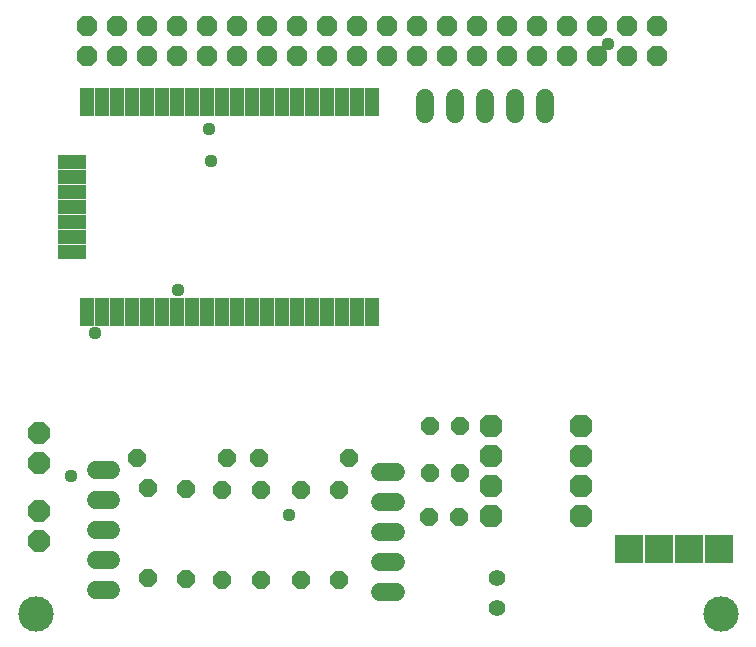
<source format=gts>
G75*
%MOIN*%
%OFA0B0*%
%FSLAX25Y25*%
%IPPOS*%
%LPD*%
%AMOC8*
5,1,8,0,0,1.08239X$1,22.5*
%
%ADD10C,0.11824*%
%ADD11OC8,0.06800*%
%ADD12R,0.04800X0.09658*%
%ADD13R,0.09658X0.04800*%
%ADD14OC8,0.07400*%
%ADD15OC8,0.06000*%
%ADD16R,0.09400X0.09400*%
%ADD17OC8,0.07600*%
%ADD18C,0.05556*%
%ADD19C,0.06000*%
%ADD20C,0.04400*%
D10*
X0023273Y0017548D03*
X0251619Y0017548D03*
D11*
X0230281Y0203375D03*
X0220281Y0203375D03*
X0210281Y0203375D03*
X0200281Y0203375D03*
X0190281Y0203375D03*
X0180281Y0203375D03*
X0170281Y0203375D03*
X0160281Y0203375D03*
X0150281Y0203375D03*
X0140281Y0203375D03*
X0130281Y0203375D03*
X0120281Y0203375D03*
X0110281Y0203375D03*
X0100281Y0203375D03*
X0090281Y0203375D03*
X0080281Y0203375D03*
X0070281Y0203375D03*
X0060281Y0203375D03*
X0050281Y0203375D03*
X0040281Y0203375D03*
X0040281Y0213375D03*
X0050281Y0213375D03*
X0060281Y0213375D03*
X0070281Y0213375D03*
X0080281Y0213375D03*
X0090281Y0213375D03*
X0100281Y0213375D03*
X0110281Y0213375D03*
X0120281Y0213375D03*
X0130281Y0213375D03*
X0140281Y0213375D03*
X0150281Y0213375D03*
X0160281Y0213375D03*
X0170281Y0213375D03*
X0180281Y0213375D03*
X0190281Y0213375D03*
X0200281Y0213375D03*
X0210281Y0213375D03*
X0220281Y0213375D03*
X0230281Y0213375D03*
D12*
X0135281Y0188099D03*
X0130281Y0188099D03*
X0125281Y0188099D03*
X0120281Y0188099D03*
X0115281Y0188099D03*
X0110281Y0188099D03*
X0105281Y0188099D03*
X0100281Y0188099D03*
X0095281Y0188099D03*
X0090281Y0188099D03*
X0085281Y0188099D03*
X0080281Y0188099D03*
X0075281Y0188099D03*
X0070281Y0188099D03*
X0065281Y0188099D03*
X0060281Y0188099D03*
X0055281Y0188099D03*
X0050281Y0188099D03*
X0045281Y0188099D03*
X0040281Y0188099D03*
X0040281Y0118099D03*
X0045281Y0118099D03*
X0050281Y0118099D03*
X0055281Y0118099D03*
X0060281Y0118099D03*
X0065281Y0118099D03*
X0070281Y0118099D03*
X0075281Y0118099D03*
X0080281Y0118099D03*
X0085281Y0118099D03*
X0090281Y0118099D03*
X0095281Y0118099D03*
X0100281Y0118099D03*
X0105281Y0118099D03*
X0110281Y0118099D03*
X0115281Y0118099D03*
X0120281Y0118099D03*
X0125281Y0118099D03*
X0130281Y0118099D03*
X0135281Y0118099D03*
D13*
X0035281Y0138099D03*
X0035281Y0143099D03*
X0035281Y0148099D03*
X0035281Y0153099D03*
X0035281Y0158099D03*
X0035281Y0163099D03*
X0035281Y0168099D03*
D14*
X0024218Y0077863D03*
X0024218Y0067863D03*
X0024375Y0051682D03*
X0024375Y0041682D03*
D15*
X0056934Y0069398D03*
X0060832Y0059359D03*
X0073430Y0059162D03*
X0085438Y0058847D03*
X0086934Y0069398D03*
X0097564Y0069398D03*
X0098470Y0058729D03*
X0111816Y0058729D03*
X0124218Y0058690D03*
X0127564Y0069398D03*
X0154651Y0064517D03*
X0164651Y0064517D03*
X0164454Y0049674D03*
X0154454Y0049674D03*
X0124218Y0028690D03*
X0111816Y0028729D03*
X0098470Y0028729D03*
X0085438Y0028847D03*
X0073430Y0029162D03*
X0060832Y0029359D03*
X0154848Y0080225D03*
X0164848Y0080225D03*
D16*
X0220911Y0039220D03*
X0230911Y0039220D03*
X0240911Y0039220D03*
X0250911Y0039220D03*
D17*
X0204887Y0050265D03*
X0204887Y0060265D03*
X0204887Y0070265D03*
X0204887Y0080265D03*
X0174887Y0080265D03*
X0174887Y0070265D03*
X0174887Y0060265D03*
X0174887Y0050265D03*
D18*
X0177053Y0029556D03*
X0177053Y0019556D03*
D19*
X0143196Y0024713D02*
X0137996Y0024713D01*
X0137996Y0034713D02*
X0143196Y0034713D01*
X0143196Y0044713D02*
X0137996Y0044713D01*
X0137996Y0054713D02*
X0143196Y0054713D01*
X0143196Y0064713D02*
X0137996Y0064713D01*
X0048511Y0065501D02*
X0043311Y0065501D01*
X0043311Y0055501D02*
X0048511Y0055501D01*
X0048511Y0045501D02*
X0043311Y0045501D01*
X0043311Y0035501D02*
X0048511Y0035501D01*
X0048511Y0025501D02*
X0043311Y0025501D01*
X0152879Y0184239D02*
X0152879Y0189439D01*
X0162879Y0189439D02*
X0162879Y0184239D01*
X0172879Y0184239D02*
X0172879Y0189439D01*
X0182879Y0189439D02*
X0182879Y0184239D01*
X0192879Y0184239D02*
X0192879Y0189439D01*
D20*
X0213925Y0207600D03*
X0080873Y0179231D03*
X0081810Y0168357D03*
X0070525Y0125400D03*
X0042925Y0111000D03*
X0035125Y0063600D03*
X0107725Y0050400D03*
M02*

</source>
